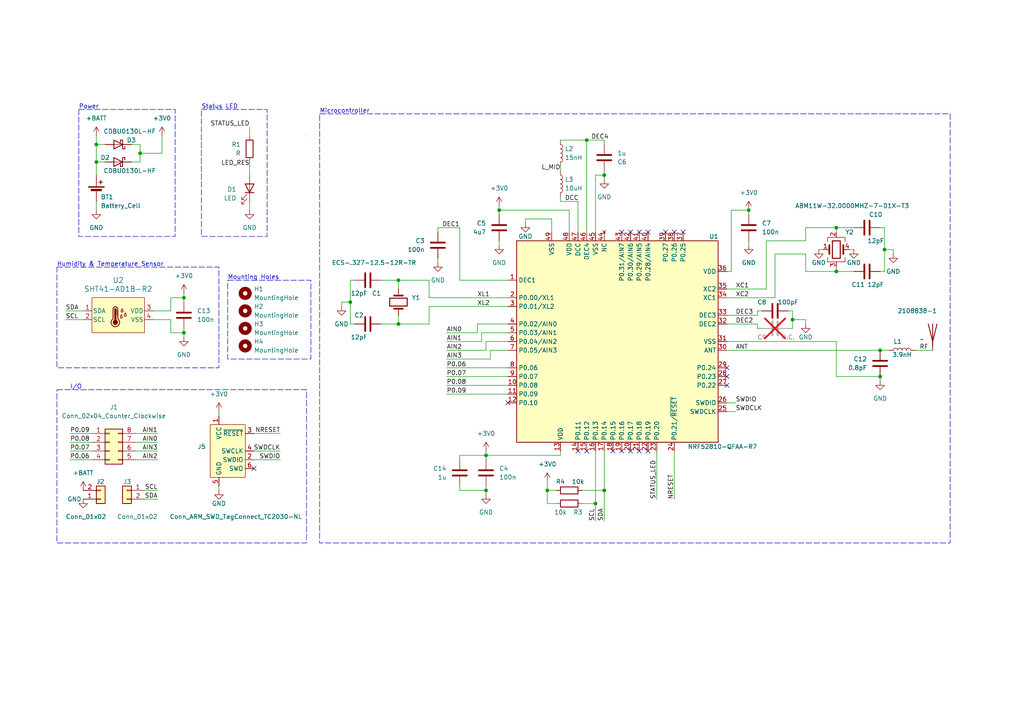
<source format=kicad_sch>
(kicad_sch (version 20230121) (generator eeschema)
  (paper "A4")
  (lib_symbols
    (symbol "Connector:Conn_ARM_SWD_TagConnect_TC2030-NL" (in_bom no)
      (property "Reference" "J" (at 2.54 11.43 0))
      (property "Value" "Conn_ARM_SWD_TagConnect_TC2030-NL" (at 2.54 8.89 0))
      (symbol "Conn_ARM_SWD_TagConnect_TC2030-NL_0_0"
        (pin power_in line (at -2.54 10.16 270) (length 2.54) (name "VCC") (number "1"))
        (pin bidirectional line (at 7.62 -2.54 180) (length 2.54) (name "SWDIO") (number "2"))
        (pin open_collector line (at 7.62 5.08 180) (length 2.54) (name "~{RESET}") (number "3"))
        (pin output line (at 7.62 0 180) (length 2.54) (name "SWCLK") (number "4"))
        (pin power_in line (at -2.54 -10.16 90) (length 2.54) (name "GND") (number "5"))
        (pin input line (at 7.62 -5.08 180) (length 2.54) (name "SWO") (number "6"))
      )
      (symbol "Conn_ARM_SWD_TagConnect_TC2030-NL_0_1"
        (rectangle (start -5.08 7.62) (end 5.08 -7.62) (fill (type background)))
      )
    )
    (symbol "Connector_Generic:Conn_01x02" (pin_names (offset 1.016) hide)
      (property "Reference" "J" (at 0 2.54 0))
      (property "Value" "Conn_01x02" (at 0 -5.08 0))
      (symbol "Conn_01x02_1_1"
        (rectangle (start -1.27 -2.413) (end 0 -2.667) (stroke (width 0.1524)))
        (rectangle (start -1.27 0.127) (end 0 -0.127) (stroke (width 0.1524)))
        (rectangle (start -1.27 1.27) (end 1.27 -3.81) (stroke (width 0.254)) (fill (type background)))
        (pin passive line (at -5.08 0 0) (length 3.81) (name "Pin_1") (number "1"))
        (pin passive line (at -5.08 -2.54 0) (length 3.81) (name "Pin_2") (number "2"))
      )
    )
    (symbol "Connector_Generic:Conn_02x04_Counter_Clockwise" (pin_names (offset 1.016) hide)
      (property "Reference" "J" (at 1.27 5.08 0))
      (property "Value" "Conn_02x04_Counter_Clockwise" (at 1.27 -7.62 0))
      (symbol "Conn_02x04_Counter_Clockwise_1_1"
        (rectangle (start -1.27 -4.953) (end 0 -5.207) (stroke (width 0.1524)))
        (rectangle (start -1.27 -2.413) (end 0 -2.667) (stroke (width 0.1524)))
        (rectangle (start -1.27 0.127) (end 0 -0.127) (stroke (width 0.1524)))
        (rectangle (start -1.27 2.667) (end 0 2.413) (stroke (width 0.1524)))
        (rectangle (start -1.27 3.81) (end 3.81 -6.35) (stroke (width 0.254)) (fill (type background)))
        (rectangle (start 3.81 -4.953) (end 2.54 -5.207) (stroke (width 0.1524)))
        (rectangle (start 3.81 -2.413) (end 2.54 -2.667) (stroke (width 0.1524)))
        (rectangle (start 3.81 0.127) (end 2.54 -0.127) (stroke (width 0.1524)))
        (rectangle (start 3.81 2.667) (end 2.54 2.413) (stroke (width 0.1524)))
        (pin passive line (at -5.08 2.54 0) (length 3.81) (name "Pin_1") (number "1"))
        (pin passive line (at -5.08 0 0) (length 3.81) (name "Pin_2") (number "2"))
        (pin passive line (at -5.08 -2.54 0) (length 3.81) (name "Pin_3") (number "3"))
        (pin passive line (at -5.08 -5.08 0) (length 3.81) (name "Pin_4") (number "4"))
        (pin passive line (at 7.62 -5.08 180) (length 3.81) (name "Pin_5") (number "5"))
        (pin passive line (at 7.62 -2.54 180) (length 3.81) (name "Pin_6") (number "6"))
        (pin passive line (at 7.62 0 180) (length 3.81) (name "Pin_7") (number "7"))
        (pin passive line (at 7.62 2.54 180) (length 3.81) (name "Pin_8") (number "8"))
      )
    )
    (symbol "Device:Antenna" (pin_numbers hide) (pin_names (offset 1.016) hide)
      (property "Reference" "AE" (at -1.905 1.905 0))
      (property "Value" "Antenna" (at -1.905 0 0))
      (symbol "Antenna_0_1"
        (polyline (pts (xy 0 2.54) (xy 0 -3.81)) (stroke (width 0.254)))
        (polyline (pts (xy 1.27 2.54) (xy 0 -2.54) (xy -1.27 2.54)) (stroke (width 0.254)))
      )
      (symbol "Antenna_1_1"
        (pin input line (at 0 -5.08 90) (length 2.54) (name "A") (number "1"))
      )
    )
    (symbol "Device:Battery_Cell" (pin_numbers hide) (pin_names (offset 0) hide)
      (property "Reference" "BT" (at 2.54 2.54 0))
      (property "Value" "Battery_Cell" (at 2.54 0 0))
      (symbol "Battery_Cell_0_1"
        (rectangle (start -2.286 1.778) (end 2.286 1.524) (fill (type outline)))
        (rectangle (start -1.524 1.016) (end 1.524 0.508) (fill (type outline)))
        (polyline (pts (xy 0 0.762) (xy 0 0)))
        (polyline (pts (xy 0 1.778) (xy 0 2.54)))
        (polyline (pts (xy 0.762 3.048) (xy 1.778 3.048)) (stroke (width 0.254)))
        (polyline (pts (xy 1.27 3.556) (xy 1.27 2.54)) (stroke (width 0.254)))
      )
      (symbol "Battery_Cell_1_1"
        (pin passive line (at 0 5.08 270) (length 2.54) (name "+") (number "1"))
        (pin passive line (at 0 -2.54 90) (length 2.54) (name "-") (number "2"))
      )
    )
    (symbol "Device:C" (pin_numbers hide) (pin_names (offset 0.254))
      (property "Reference" "C" (at 0.635 2.54 0))
      (property "Value" "C" (at 0.635 -2.54 0))
      (symbol "C_0_1"
        (polyline (pts (xy -2.032 -0.762) (xy 2.032 -0.762)) (stroke (width 0.508)))
        (polyline (pts (xy -2.032 0.762) (xy 2.032 0.762)) (stroke (width 0.508)))
      )
      (symbol "C_1_1"
        (pin passive line (at 0 3.81 270) (length 2.794) (name "~") (number "1"))
        (pin passive line (at 0 -3.81 90) (length 2.794) (name "~") (number "2"))
      )
    )
    (symbol "Device:Crystal" (pin_numbers hide) (pin_names (offset 1.016) hide)
      (property "Reference" "Y" (at 0 3.81 0))
      (property "Value" "Crystal" (at 0 -3.81 0))
      (symbol "Crystal_0_1"
        (rectangle (start -1.143 2.54) (end 1.143 -2.54) (stroke (width 0.3048)))
        (polyline (pts (xy -2.54 0) (xy -1.905 0)))
        (polyline (pts (xy -1.905 -1.27) (xy -1.905 1.27)) (stroke (width 0.508)))
        (polyline (pts (xy 1.905 -1.27) (xy 1.905 1.27)) (stroke (width 0.508)))
        (polyline (pts (xy 2.54 0) (xy 1.905 0)))
      )
      (symbol "Crystal_1_1"
        (pin passive line (at -3.81 0 0) (length 1.27) (name "1") (number "1"))
        (pin passive line (at 3.81 0 180) (length 1.27) (name "2") (number "2"))
      )
    )
    (symbol "Device:Crystal_GND23" (pin_names (offset 1.016) hide)
      (property "Reference" "Y" (at 3.175 5.08 0))
      (property "Value" "Crystal_GND23" (at 3.175 3.175 0))
      (symbol "Crystal_GND23_0_1"
        (rectangle (start -1.143 2.54) (end 1.143 -2.54) (stroke (width 0.3048)))
        (polyline (pts (xy -2.54 0) (xy -2.032 0)))
        (polyline (pts (xy -2.032 -1.27) (xy -2.032 1.27)) (stroke (width 0.508)))
        (polyline (pts (xy 0 -3.81) (xy 0 -3.556)))
        (polyline (pts (xy 0 3.556) (xy 0 3.81)))
        (polyline (pts (xy 2.032 -1.27) (xy 2.032 1.27)) (stroke (width 0.508)))
        (polyline (pts (xy 2.032 0) (xy 2.54 0)))
        (polyline (pts (xy -2.54 -2.286) (xy -2.54 -3.556) (xy 2.54 -3.556) (xy 2.54 -2.286)))
        (polyline (pts (xy -2.54 2.286) (xy -2.54 3.556) (xy 2.54 3.556) (xy 2.54 2.286)))
      )
      (symbol "Crystal_GND23_1_1"
        (pin passive line (at -3.81 0 0) (length 1.27) (name "1") (number "1"))
        (pin passive line (at 0 5.08 270) (length 1.27) (name "2") (number "2"))
        (pin passive line (at 0 -5.08 90) (length 1.27) (name "3") (number "3"))
        (pin passive line (at 3.81 0 180) (length 1.27) (name "4") (number "4"))
      )
    )
    (symbol "Device:D_Schottky" (pin_numbers hide) (pin_names (offset 1.016) hide)
      (property "Reference" "D" (at 0 2.54 0))
      (property "Value" "D_Schottky" (at 0 -2.54 0))
      (symbol "D_Schottky_0_1"
        (polyline (pts (xy 1.27 0) (xy -1.27 0)))
        (polyline (pts (xy 1.27 1.27) (xy 1.27 -1.27) (xy -1.27 0) (xy 1.27 1.27)) (stroke (width 0.254)))
        (polyline (pts (xy -1.905 0.635) (xy -1.905 1.27) (xy -1.27 1.27) (xy -1.27 -1.27) (xy -0.635 -1.27) (xy -0.635 -0.635)) (stroke (width 0.254)))
      )
      (symbol "D_Schottky_1_1"
        (pin passive line (at -3.81 0 0) (length 2.54) (name "K") (number "1"))
        (pin passive line (at 3.81 0 180) (length 2.54) (name "A") (number "2"))
      )
    )
    (symbol "Device:L" (pin_numbers hide) (pin_names (offset 1.016) hide)
      (property "Reference" "L" (at -1.27 0 90))
      (property "Value" "L" (at 1.905 0 90))
      (symbol "L_0_1"
        (arc (start 0 -2.54) (mid 0.6323 -1.905) (end 0 -1.27))
        (arc (start 0 -1.27) (mid 0.6323 -0.635) (end 0 0))
        (arc (start 0 0) (mid 0.6323 0.635) (end 0 1.27))
        (arc (start 0 1.27) (mid 0.6323 1.905) (end 0 2.54))
      )
      (symbol "L_1_1"
        (pin passive line (at 0 3.81 270) (length 1.27) (name "1") (number "1"))
        (pin passive line (at 0 -3.81 90) (length 1.27) (name "2") (number "2"))
      )
    )
    (symbol "Device:LED" (pin_numbers hide) (pin_names (offset 1.016) hide)
      (property "Reference" "D" (at 0 2.54 0))
      (property "Value" "LED" (at 0 -2.54 0))
      (symbol "LED_0_1"
        (polyline (pts (xy -1.27 -1.27) (xy -1.27 1.27)) (stroke (width 0.254)))
        (polyline (pts (xy -1.27 0) (xy 1.27 0)))
        (polyline (pts (xy 1.27 -1.27) (xy 1.27 1.27) (xy -1.27 0) (xy 1.27 -1.27)) (stroke (width 0.254)))
        (polyline (pts (xy -3.048 -0.762) (xy -4.572 -2.286) (xy -3.81 -2.286) (xy -4.572 -2.286) (xy -4.572 -1.524)))
        (polyline (pts (xy -1.778 -0.762) (xy -3.302 -2.286) (xy -2.54 -2.286) (xy -3.302 -2.286) (xy -3.302 -1.524)))
      )
      (symbol "LED_1_1"
        (pin passive line (at -3.81 0 0) (length 2.54) (name "K") (number "1"))
        (pin passive line (at 3.81 0 180) (length 2.54) (name "A") (number "2"))
      )
    )
    (symbol "Device:R" (pin_numbers hide) (pin_names (offset 0))
      (property "Reference" "R" (at 2.032 0 90))
      (property "Value" "R" (at 0 0 90))
      (symbol "R_0_1"
        (rectangle (start -1.016 -2.54) (end 1.016 2.54) (stroke (width 0.254)))
      )
      (symbol "R_1_1"
        (pin passive line (at 0 3.81 270) (length 1.27) (name "~") (number "1"))
        (pin passive line (at 0 -3.81 90) (length 1.27) (name "~") (number "2"))
      )
    )
    (symbol "Mechanical:MountingHole" (pin_names (offset 1.016))
      (property "Reference" "H" (at 0 5.08 0))
      (property "Value" "MountingHole" (at 0 3.175 0))
      (symbol "MountingHole_0_1"
        (circle (center 0 0) (radius 1.27) (stroke (width 1.27)))
      )
    )
    (symbol "encyclopedia_galactica:NRF52810-QFAA-R7"
      (property "Reference" "U" (at 0 54.61 0))
      (property "Value" "NRF52810-QFAA-R7" (at 0 52.07 0))
      (symbol "NRF52810-QFAA-R7_0_1"
        (rectangle (start -29.21 29.21) (end 29.21 -29.21) (stroke (width 0.254)) (fill (type background)))
      )
      (symbol "NRF52810-QFAA-R7_1_1"
        (pin passive line (at -31.75 17.78 0) (length 2.54) (name "DEC1") (number "1"))
        (pin bidirectional line (at -31.75 -12.7 0) (length 2.54) (name "P0.08") (number "10"))
        (pin bidirectional line (at -31.75 -15.24 0) (length 2.54) (name "P0.09") (number "11"))
        (pin bidirectional line (at -31.75 -17.78 0) (length 2.54) (name "P0.10") (number "12"))
        (pin power_in line (at -16.51 -31.75 90) (length 2.54) (name "VDD") (number "13"))
        (pin bidirectional line (at -11.43 -31.75 90) (length 2.54) (name "P0.11") (number "14"))
        (pin bidirectional line (at -8.89 -31.75 90) (length 2.54) (name "P0.12") (number "15"))
        (pin bidirectional line (at -6.35 -31.75 90) (length 2.54) (name "P0.13") (number "16"))
        (pin bidirectional line (at -3.81 -31.75 90) (length 2.54) (name "P0.14") (number "17"))
        (pin bidirectional line (at -1.27 -31.75 90) (length 2.54) (name "P0.15") (number "18"))
        (pin bidirectional line (at 1.27 -31.75 90) (length 2.54) (name "P0.16") (number "19"))
        (pin bidirectional line (at -31.75 12.7 0) (length 2.54) (name "P0.00/XL1") (number "2"))
        (pin bidirectional line (at 3.81 -31.75 90) (length 2.54) (name "P0.17") (number "20"))
        (pin bidirectional line (at 6.35 -31.75 90) (length 2.54) (name "P0.18") (number "21"))
        (pin bidirectional line (at 8.89 -31.75 90) (length 2.54) (name "P0.19") (number "22"))
        (pin bidirectional line (at 11.43 -31.75 90) (length 2.54) (name "P0.20") (number "23"))
        (pin bidirectional line (at 16.51 -31.75 90) (length 2.54) (name "P0.21/~{RESET}") (number "24"))
        (pin input line (at 31.75 -20.32 180) (length 2.54) (name "SWDCLK") (number "25"))
        (pin bidirectional line (at 31.75 -17.78 180) (length 2.54) (name "SWDIO") (number "26"))
        (pin bidirectional line (at 31.75 -12.7 180) (length 2.54) (name "P0.22") (number "27"))
        (pin bidirectional line (at 31.75 -10.16 180) (length 2.54) (name "P0.23") (number "28"))
        (pin bidirectional line (at 31.75 -7.62 180) (length 2.54) (name "P0.24") (number "29"))
        (pin bidirectional line (at -31.75 10.16 0) (length 2.54) (name "P0.01/XL2") (number "3"))
        (pin passive line (at 31.75 -2.54 180) (length 2.54) (name "ANT") (number "30"))
        (pin power_in line (at 31.75 0 180) (length 2.54) (name "VSS") (number "31"))
        (pin passive line (at 31.75 5.08 180) (length 2.54) (name "DEC2") (number "32"))
        (pin passive line (at 31.75 7.62 180) (length 2.54) (name "DEC3") (number "33"))
        (pin input line (at 31.75 12.7 180) (length 2.54) (name "XC1") (number "34"))
        (pin input line (at 31.75 15.24 180) (length 2.54) (name "XC2") (number "35"))
        (pin passive line (at 31.75 20.32 180) (length 2.54) (name "VDD") (number "36"))
        (pin bidirectional line (at 19.05 31.75 270) (length 2.54) (name "P0.25") (number "37"))
        (pin bidirectional line (at 16.51 31.75 270) (length 2.54) (name "P0.26") (number "38"))
        (pin bidirectional line (at 13.97 31.75 270) (length 2.54) (name "P0.27") (number "39"))
        (pin bidirectional line (at -31.75 5.08 0) (length 2.54) (name "P0.02/AIN0") (number "4"))
        (pin bidirectional line (at 8.89 31.75 270) (length 2.54) (name "P0.28/AIN4") (number "40"))
        (pin bidirectional line (at 6.35 31.75 270) (length 2.54) (name "P0.29/AIN5") (number "41"))
        (pin bidirectional line (at 3.81 31.75 270) (length 2.54) (name "P0.30/AIN6") (number "42"))
        (pin bidirectional line (at 1.27 31.75 270) (length 2.54) (name "P0.31/AIN7") (number "43"))
        (pin no_connect line (at -3.81 31.75 270) (length 2.54) (name "NC") (number "44"))
        (pin passive line (at -6.35 31.75 270) (length 2.54) (name "VSS") (number "45"))
        (pin passive line (at -8.89 31.75 270) (length 2.54) (name "DEC4") (number "46"))
        (pin power_out line (at -11.43 31.75 270) (length 2.54) (name "DCC") (number "47"))
        (pin passive line (at -13.97 31.75 270) (length 2.54) (name "VDD") (number "48"))
        (pin passive line (at -19.05 31.75 270) (length 2.54) (name "VSS") (number "49"))
        (pin bidirectional line (at -31.75 2.54 0) (length 2.54) (name "P0.03/AIN1") (number "5"))
        (pin bidirectional line (at -31.75 0 0) (length 2.54) (name "P0.04/AIN2") (number "6"))
        (pin bidirectional line (at -31.75 -2.54 0) (length 2.54) (name "P0.05/AIN3") (number "7"))
        (pin bidirectional line (at -31.75 -7.62 0) (length 2.54) (name "P0.06") (number "8"))
        (pin bidirectional line (at -31.75 -10.16 0) (length 2.54) (name "P0.07") (number "9"))
      )
    )
    (symbol "encyclopedia_galactica:SHT41-AD1B-R2" (pin_names (offset 0.254))
      (property "Reference" "U" (at 0 13.97 0))
      (property "Value" "SHT41-AD1B-R2" (at 0 11.43 0))
      (symbol "SHT41-AD1B-R2_0_0"
        (polyline (pts (xy -0.7782 -2.7679) (xy -0.7538 -2.7614) (xy -0.6273 -2.7452) (xy -0.5713 -2.733) (xy -0.4386 -2.65) (xy -0.3005 -2.5149) (xy -0.1862 -2.3589) (xy -0.1253 -2.2133) (xy -0.1122 -1.9777) (xy -0.1841 -1.7536) (xy -0.3553 -1.5359) (xy -0.5465 -1.3446) (xy -0.5465 0.2882) (xy -0.5465 1.9209) (xy -0.6855 2.012) (xy -0.7691 2.0613) (xy -0.8546 2.0708) (xy -0.9634 2.012) (xy -1.1023 1.9209) (xy -1.1023 0.2767) (xy -1.1023 -1.3675) (xy -1.2424 -1.4777) (xy -1.2888 -1.5171) (xy -1.4497 -1.7284) (xy -1.5229 -1.9679) (xy -1.5126 -2.2124) (xy -1.4228 -2.4384) (xy -1.2576 -2.6226) (xy -1.0211 -2.7416) (xy -0.8813 -2.7694) (xy -0.7782 -2.7679)) (stroke (width 0.01)) (fill (type outline)))
        (polyline (pts (xy 2.1727 -0.3391) (xy 2.3119 -0.2679) (xy 2.3683 -0.175) (xy 2.3992 -0.0278) (xy 2.3871 0.0546) (xy 2.337 0.2108) (xy 2.2619 0.3868) (xy 2.177 0.5511) (xy 2.0973 0.6727) (xy 2.0379 0.7202) (xy 1.9994 0.6955) (xy 1.9245 0.5928) (xy 1.8393 0.4391) (xy 1.7593 0.2658) (xy 1.6999 0.1045) (xy 1.6767 -0.0135) (xy 1.6805 -0.0349) (xy 1.7878 -0.0349) (xy 1.7977 0.0177) (xy 1.8421 0.1542) (xy 1.9103 0.3256) (xy 2.0328 0.6103) (xy 2.1597 0.3359) (xy 2.2226 0.1922) (xy 2.2764 0.0231) (xy 2.275 -0.0919) (xy 2.2213 -0.1774) (xy 2.1655 -0.214) (xy 2.0379 -0.2441) (xy 1.9584 -0.2324) (xy 1.8367 -0.1559) (xy 1.7878 -0.0349) (xy 1.6805 -0.0349) (xy 1.6952 -0.1171) (xy 1.7686 -0.2536) (xy 1.8305 -0.3015) (xy 1.9945 -0.3498) (xy 2.1727 -0.3391)) (stroke (width 0.01)) (fill (type outline)))
        (polyline (pts (xy 1.2779 0.8852) (xy 1.3876 0.9342) (xy 1.439 1.0346) (xy 1.4494 1.2197) (xy 1.4056 1.4476) (xy 1.3104 1.6903) (xy 1.2438 1.815) (xy 1.1682 1.9333) (xy 1.1209 1.9791) (xy 1.087 1.9506) (xy 1.016 1.8457) (xy 0.9313 1.6903) (xy 0.8493 1.4902) (xy 0.7962 1.2577) (xy 0.7964 1.2083) (xy 0.8985 1.2083) (xy 0.907 1.2863) (xy 0.947 1.4367) (xy 1.0063 1.5899) (xy 1.0699 1.7089) (xy 1.1227 1.7568) (xy 1.1687 1.7194) (xy 1.2295 1.6057) (xy 1.286 1.4514) (xy 1.3252 1.2933) (xy 1.3338 1.1679) (xy 1.3235 1.1054) (xy 1.2709 1.0212) (xy 1.1467 0.9899) (xy 1.1356 0.9889) (xy 0.987 0.994) (xy 0.9164 1.0597) (xy 0.8985 1.2083) (xy 0.7964 1.2083) (xy 0.7968 1.063) (xy 0.8541 0.9342) (xy 0.9555 0.8871) (xy 1.116 0.8695) (xy 1.2779 0.8852)) (stroke (width 0.01)) (fill (type outline)))
        (polyline (pts (xy 1.1245 -0.8535) (xy 1.1312 -0.8498) (xy 1.2085 -0.7577) (xy 1.2315 -0.5895) (xy 1.2238 -0.507) (xy 1.1823 -0.3342) (xy 1.116 -0.1464) (xy 1.038 0.0259) (xy 0.9612 0.1517) (xy 0.8985 0.2005) (xy 0.864 0.1827) (xy 0.7914 0.0847) (xy 0.7123 -0.0722) (xy 0.6397 -0.2572) (xy 0.5864 -0.4397) (xy 0.5682 -0.5702) (xy 0.6762 -0.5702) (xy 0.6847 -0.4923) (xy 0.7246 -0.3419) (xy 0.784 -0.1887) (xy 0.8476 -0.0697) (xy 0.9004 -0.0218) (xy 0.9464 -0.0591) (xy 1.0072 -0.1728) (xy 1.0637 -0.3271) (xy 1.1029 -0.4853) (xy 1.1115 -0.6106) (xy 1.1012 -0.6731) (xy 1.0485 -0.7574) (xy 0.9243 -0.7887) (xy 0.9133 -0.7897) (xy 0.7647 -0.7846) (xy 0.6941 -0.7188) (xy 0.6762 -0.5702) (xy 0.5682 -0.5702) (xy 0.5656 -0.5887) (xy 0.5845 -0.7427) (xy 0.6623 -0.851) (xy 0.7257 -0.88) (xy 0.9286 -0.906) (xy 1.1245 -0.8535)) (stroke (width 0.01)) (fill (type outline)))
        (polyline (pts (xy -0.5545 -3.3797) (xy -0.2175 -3.2426) (xy 0.0945 -2.9972) (xy 0.1243 -2.9669) (xy 0.3463 -2.6832) (xy 0.4707 -2.3844) (xy 0.5089 -2.044) (xy 0.476 -1.8294) (xy 0.3828 -1.5698) (xy 0.2505 -1.3237) (xy 0.1 -1.1376) (xy -0.0463 -1.0029) (xy -0.0464 0.4742) (xy -0.0467 0.7893) (xy -0.0488 1.1761) (xy -0.0534 1.4752) (xy -0.0614 1.7005) (xy -0.0736 1.8661) (xy -0.0909 1.986) (xy -0.1139 2.0742) (xy -0.1437 2.1447) (xy -0.2598 2.3183) (xy -0.4689 2.4887) (xy -0.7142 2.5745) (xy -0.9722 2.5687) (xy -1.2192 2.4643) (xy -1.2384 2.4513) (xy -1.3421 2.3751) (xy -1.424 2.294) (xy -1.4867 2.1948) (xy -1.5327 2.0641) (xy -1.5646 1.8887) (xy -1.585 1.6553) (xy -1.5964 1.3506) (xy -1.6014 0.9613) (xy -1.6025 0.4742) (xy -1.6026 -1.0029) (xy -1.7489 -1.1376) (xy -1.8907 -1.3105) (xy -2.0247 -1.5544) (xy -2.1208 -1.8145) (xy -2.1578 -2.044) (xy -2.1575 -2.0827) (xy -2.138 -2.2218) (xy -1.9808 -2.2218) (xy -1.9707 -1.897) (xy -1.8626 -1.5804) (xy -1.6554 -1.2905) (xy -1.4358 -1.0597) (xy -1.4358 0.4346) (xy -1.4358 0.4797) (xy -1.4346 0.9365) (xy -1.4309 1.2963) (xy -1.424 1.572) (xy -1.4133 1.7764) (xy -1.398 1.9226) (xy -1.3777 2.0235) (xy -1.3515 2.0921) (xy -1.3513 2.0925) (xy -1.216 2.2564) (xy -1.0244 2.3768) (xy -0.8244 2.4237) (xy -0.7891 2.4224) (xy -0.5709 2.3561) (xy -0.3871 2.2073) (xy -0.2603 2.0002) (xy -0.2131 1.7595) (xy -0.2144 1.7118) (xy -0.2434 1.6157) (xy -0.3242 1.59) (xy -0.389 1.5745) (xy -0.4354 1.5066) (xy -0.4147 1.458) (xy -0.3242 1.4233) (xy -0.2391 1.3933) (xy -0.2131 1.2843) (xy -0.237 1.1779) (xy -0.3242 1.1454) (xy -0.389 1.1299) (xy -0.4354 1.062) (xy -0.4147 1.0134) (xy -0.3242 0.9786) (xy -0.2391 0.9486) (xy -0.2131 0.8397) (xy -0.237 0.7333) (xy -0.3242 0.7007) (xy -0.389 0.6853) (xy -0.4354 0.6174) (xy -0.4147 0.5687) (xy -0.3242 0.534) (xy -0.2391 0.504) (xy -0.2131 0.395) (xy -0.237 0.2887) (xy -0.3242 0.2561) (xy -0.389 0.2406) (xy -0.4354 0.1727) (xy -0.4147 0.1241) (xy -0.3242 0.0894) (xy -0.3128 0.0892) (xy -0.2667 0.0778) (xy -0.2375 0.0345) (xy -0.2213 -0.0606) (xy -0.2145 -0.2272) (xy -0.2131 -0.4852) (xy -0.2131 -1.0597) (xy 0.0065 -1.2905) (xy 0.1132 -1.418) (xy 0.2758 -1.7239) (xy 0.3386 -2.0486) (xy 0.3025 -2.3736) (xy 0.168 -2.6806) (xy -0.0639 -2.9511) (xy -0.1168 -2.9941) (xy -0.3007 -3.1115) (xy -0.4755 -3.1865) (xy -0.586 -3.2131) (xy -0.9384 -3.2355) (xy -1.2628 -3.1514) (xy -1.568 -2.9592) (xy -1.7106 -2.8208) (xy -1.8938 -2.5359) (xy -1.9808 -2.2218) (xy -2.138 -2.2218) (xy -2.1106 -2.4174) (xy -1.9764 -2.7137) (xy -1.7434 -2.9978) (xy -1.5826 -3.142) (xy -1.4085 -3.2682) (xy -1.2691 -3.3395) (xy -0.9161 -3.4084) (xy -0.5545 -3.3797)) (stroke (width 0.01)) (fill (type outline)))
      )
      (symbol "SHT41-AD1B-R2_1_1"
        (rectangle (start -7.62 5.08) (end 7.62 -5.08) (fill (type background)))
        (pin bidirectional line (at -10.16 1.27 0) (length 2.54) (name "SDA") (number "1"))
        (pin input line (at -10.16 -1.27 0) (length 2.54) (name "SCL") (number "2"))
        (pin power_in line (at 10.16 1.27 180) (length 2.54) (name "VDD") (number "3"))
        (pin power_out line (at 10.16 -1.27 180) (length 2.54) (name "VSS") (number "4"))
      )
    )
    (symbol "power:+3V0" (power) (pin_names (offset 0))
      (property "Value" "+3V0" (at 0 3.556 0))
      (symbol "+3V0_0_1"
        (polyline (pts (xy -0.762 1.27) (xy 0 2.54)))
        (polyline (pts (xy 0 0) (xy 0 2.54)))
        (polyline (pts (xy 0 2.54) (xy 0.762 1.27)))
      )
      (symbol "+3V0_1_1"
        (pin power_in line (at 0 0 90) (length 0) hide (name "+3V0") (number "1"))
      )
    )
    (symbol "power:+BATT" (power) (pin_names (offset 0))
      (property "Value" "+BATT" (at 0 3.556 0))
      (symbol "+BATT_0_1"
        (polyline (pts (xy -0.762 1.27) (xy 0 2.54)))
        (polyline (pts (xy 0 0) (xy 0 2.54)))
        (polyline (pts (xy 0 2.54) (xy 0.762 1.27)))
      )
      (symbol "+BATT_1_1"
        (pin power_in line (at 0 0 90) (length 0) hide (name "+BATT") (number "1"))
      )
    )
    (symbol "power:GND" (power) (pin_names (offset 0))
      (property "Value" "GND" (at 0 -3.81 0))
      (symbol "GND_0_1"
        (polyline (pts (xy 0 0) (xy 0 -1.27) (xy 1.27 -1.27) (xy 0 -2.54) (xy -1.27 -1.27) (xy 0 -1.27)))
      )
      (symbol "GND_1_1"
        (pin power_in line (at 0 0 270) (length 0) hide (name "GND") (number "1"))
      )
    )
  )
  (junction (at 140.97 142.24))
  (junction (at 242.57 66.04))
  (junction (at 27.94 46.99))
  (junction (at 217.17 60.96))
  (junction (at 255.27 109.22))
  (junction (at 140.97 132.08))
  (junction (at 175.26 50.8))
  (junction (at 158.75 142.24))
  (junction (at 255.27 101.6))
  (junction (at 144.78 60.96))
  (junction (at 115.57 93.98))
  (junction (at 53.34 96.52))
  (junction (at 27.94 41.91))
  (junction (at 170.18 40.64))
  (junction (at 175.26 142.24))
  (junction (at 172.72 146.05))
  (junction (at 40.64 44.45))
  (junction (at 242.57 78.74))
  (junction (at 101.6 87.63))
  (junction (at 229.87 92.71))
  (junction (at 115.57 81.28))
  (junction (at 53.34 86.36))
  (junction (at 256.54 72.39))
  (no_connect (at 182.88 130.81))
  (no_connect (at 73.66 135.89))
  (no_connect (at 210.82 111.76))
  (no_connect (at 210.82 109.22))
  (no_connect (at 167.64 130.81))
  (no_connect (at 180.34 130.81))
  (no_connect (at 170.18 130.81))
  (no_connect (at 177.8 130.81))
  (no_connect (at 187.96 67.31))
  (no_connect (at 147.32 116.84))
  (no_connect (at 185.42 130.81))
  (no_connect (at 185.42 67.31))
  (no_connect (at 180.34 67.31))
  (no_connect (at 187.96 130.81))
  (no_connect (at 195.58 67.31))
  (no_connect (at 193.04 67.31))
  (no_connect (at 182.88 67.31))
  (no_connect (at 210.82 106.68))
  (no_connect (at 198.12 67.31))
  (wire (pts (xy 129.54 99.06) (xy 139.7 99.06)))
  (wire (pts (xy 127 74.93) (xy 127 76.2)))
  (wire (pts (xy 101.6 93.98) (xy 101.6 87.63)))
  (wire (pts (xy 175.26 49.53) (xy 175.26 50.8)))
  (wire (pts (xy 242.57 78.74) (xy 242.57 77.47)))
  (wire (pts (xy 212.09 78.74) (xy 210.82 78.74)))
  (wire (pts (xy 19.05 92.71) (xy 24.13 92.71)))
  (wire (pts (xy 147.32 96.52) (xy 139.7 96.52)))
  (wire (pts (xy 222.25 69.85) (xy 222.25 83.82)))
  (wire (pts (xy 129.54 114.3) (xy 147.32 114.3)))
  (wire (pts (xy 233.68 92.71) (xy 229.87 92.71)))
  (wire (pts (xy 161.29 142.24) (xy 158.75 142.24)))
  (wire (pts (xy 224.79 73.66) (xy 233.68 73.66)))
  (wire (pts (xy 38.1 41.91) (xy 40.64 41.91)))
  (wire (pts (xy 172.72 146.05) (xy 172.72 151.13)))
  (wire (pts (xy 160.02 63.5) (xy 152.4 63.5)))
  (wire (pts (xy 53.34 85.09) (xy 53.34 86.36)))
  (wire (pts (xy 115.57 81.28) (xy 115.57 83.82)))
  (wire (pts (xy 190.5 130.81) (xy 190.5 144.78)))
  (wire (pts (xy 124.46 81.28) (xy 124.46 86.36)))
  (wire (pts (xy 265.43 101.6) (xy 270.51 101.6)))
  (wire (pts (xy 27.94 46.99) (xy 30.48 46.99)))
  (wire (pts (xy 27.94 58.42) (xy 27.94 60.96)))
  (wire (pts (xy 144.78 71.12) (xy 144.78 69.85)))
  (wire (pts (xy 140.97 99.06) (xy 140.97 101.6)))
  (wire (pts (xy 39.37 130.81) (xy 45.72 130.81)))
  (wire (pts (xy 49.53 86.36) (xy 53.34 86.36)))
  (wire (pts (xy 256.54 78.74) (xy 256.54 72.39)))
  (wire (pts (xy 162.56 58.42) (xy 167.64 58.42)))
  (wire (pts (xy 220.98 95.25) (xy 219.71 95.25)))
  (wire (pts (xy 72.39 36.83) (xy 72.39 39.37)))
  (wire (pts (xy 102.87 93.98) (xy 101.6 93.98)))
  (wire (pts (xy 140.97 140.97) (xy 140.97 142.24)))
  (wire (pts (xy 129.54 101.6) (xy 140.97 101.6)))
  (wire (pts (xy 129.54 106.68) (xy 147.32 106.68)))
  (wire (pts (xy 140.97 132.08) (xy 140.97 133.35)))
  (wire (pts (xy 129.54 109.22) (xy 147.32 109.22)))
  (wire (pts (xy 127 67.31) (xy 127 66.04)))
  (wire (pts (xy 27.94 39.37) (xy 27.94 41.91)))
  (wire (pts (xy 133.35 81.28) (xy 133.35 66.04)))
  (wire (pts (xy 133.35 66.04) (xy 127 66.04)))
  (wire (pts (xy 147.32 93.98) (xy 138.43 93.98)))
  (wire (pts (xy 233.68 93.98) (xy 233.68 92.71)))
  (wire (pts (xy 255.27 101.6) (xy 257.81 101.6)))
  (wire (pts (xy 229.87 92.71) (xy 229.87 95.25)))
  (wire (pts (xy 49.53 90.17) (xy 49.53 86.36)))
  (wire (pts (xy 39.37 133.35) (xy 45.72 133.35)))
  (wire (pts (xy 40.64 41.91) (xy 40.64 44.45)))
  (wire (pts (xy 133.35 132.08) (xy 140.97 132.08)))
  (wire (pts (xy 53.34 86.36) (xy 53.34 87.63)))
  (wire (pts (xy 242.57 66.04) (xy 233.68 66.04)))
  (wire (pts (xy 238.76 72.39) (xy 237.49 72.39)))
  (wire (pts (xy 170.18 40.64) (xy 170.18 67.31)))
  (wire (pts (xy 129.54 111.76) (xy 147.32 111.76)))
  (wire (pts (xy 220.98 90.17) (xy 219.71 90.17)))
  (wire (pts (xy 172.72 130.81) (xy 172.72 146.05)))
  (wire (pts (xy 140.97 130.81) (xy 140.97 132.08)))
  (wire (pts (xy 165.1 60.96) (xy 144.78 60.96)))
  (wire (pts (xy 228.6 90.17) (xy 229.87 90.17)))
  (wire (pts (xy 20.32 128.27) (xy 26.67 128.27)))
  (wire (pts (xy 210.82 99.06) (xy 242.57 99.06)))
  (wire (pts (xy 99.06 88.9) (xy 99.06 87.63)))
  (wire (pts (xy 133.35 140.97) (xy 133.35 142.24)))
  (wire (pts (xy 210.82 101.6) (xy 255.27 101.6)))
  (wire (pts (xy 110.49 81.28) (xy 115.57 81.28)))
  (wire (pts (xy 142.24 101.6) (xy 142.24 104.14)))
  (wire (pts (xy 139.7 96.52) (xy 139.7 99.06)))
  (wire (pts (xy 20.32 130.81) (xy 26.67 130.81)))
  (wire (pts (xy 165.1 67.31) (xy 165.1 60.96)))
  (wire (pts (xy 224.79 73.66) (xy 224.79 86.36)))
  (wire (pts (xy 161.29 146.05) (xy 158.75 146.05)))
  (wire (pts (xy 158.75 142.24) (xy 158.75 139.7)))
  (wire (pts (xy 140.97 132.08) (xy 162.56 132.08)))
  (wire (pts (xy 242.57 66.04) (xy 242.57 67.31)))
  (wire (pts (xy 256.54 66.04) (xy 255.27 66.04)))
  (wire (pts (xy 233.68 78.74) (xy 242.57 78.74)))
  (wire (pts (xy 195.58 130.81) (xy 195.58 144.78)))
  (wire (pts (xy 242.57 99.06) (xy 242.57 109.22)))
  (wire (pts (xy 40.64 46.99) (xy 38.1 46.99)))
  (wire (pts (xy 247.65 72.39) (xy 246.38 72.39)))
  (wire (pts (xy 217.17 60.96) (xy 217.17 62.23)))
  (wire (pts (xy 45.72 142.24) (xy 41.91 142.24)))
  (wire (pts (xy 162.56 48.26) (xy 162.56 49.53)))
  (wire (pts (xy 138.43 93.98) (xy 138.43 96.52)))
  (wire (pts (xy 242.57 109.22) (xy 255.27 109.22)))
  (wire (pts (xy 46.99 39.37) (xy 46.99 44.45)))
  (wire (pts (xy 115.57 93.98) (xy 124.46 93.98)))
  (wire (pts (xy 63.5 140.97) (xy 63.5 142.24)))
  (wire (pts (xy 40.64 44.45) (xy 40.64 46.99)))
  (wire (pts (xy 20.32 125.73) (xy 26.67 125.73)))
  (wire (pts (xy 210.82 93.98) (xy 219.71 93.98)))
  (wire (pts (xy 45.72 144.78) (xy 41.91 144.78)))
  (wire (pts (xy 217.17 69.85) (xy 217.17 71.12)))
  (wire (pts (xy 20.32 133.35) (xy 26.67 133.35)))
  (wire (pts (xy 53.34 96.52) (xy 53.34 97.79)))
  (wire (pts (xy 259.08 73.66) (xy 259.08 72.39)))
  (wire (pts (xy 124.46 86.36) (xy 147.32 86.36)))
  (wire (pts (xy 124.46 88.9) (xy 147.32 88.9)))
  (wire (pts (xy 72.39 58.42) (xy 72.39 60.96)))
  (wire (pts (xy 175.26 142.24) (xy 175.26 151.13)))
  (wire (pts (xy 72.39 46.99) (xy 72.39 50.8)))
  (wire (pts (xy 160.02 67.31) (xy 160.02 63.5)))
  (wire (pts (xy 73.66 130.81) (xy 81.28 130.81)))
  (wire (pts (xy 39.37 125.73) (xy 45.72 125.73)))
  (wire (pts (xy 115.57 81.28) (xy 124.46 81.28)))
  (wire (pts (xy 210.82 91.44) (xy 219.71 91.44)))
  (wire (pts (xy 212.09 60.96) (xy 217.17 60.96)))
  (wire (pts (xy 46.99 44.45) (xy 40.64 44.45)))
  (wire (pts (xy 175.26 40.64) (xy 175.26 41.91)))
  (wire (pts (xy 144.78 59.69) (xy 144.78 60.96)))
  (wire (pts (xy 228.6 95.25) (xy 229.87 95.25)))
  (wire (pts (xy 255.27 78.74) (xy 256.54 78.74)))
  (wire (pts (xy 138.43 96.52) (xy 129.54 96.52)))
  (wire (pts (xy 133.35 133.35) (xy 133.35 132.08)))
  (wire (pts (xy 124.46 93.98) (xy 124.46 88.9)))
  (wire (pts (xy 175.26 50.8) (xy 175.26 52.07)))
  (wire (pts (xy 210.82 119.38) (xy 213.36 119.38)))
  (wire (pts (xy 101.6 87.63) (xy 101.6 81.28)))
  (wire (pts (xy 170.18 40.64) (xy 175.26 40.64)))
  (wire (pts (xy 147.32 101.6) (xy 142.24 101.6)))
  (wire (pts (xy 162.56 40.64) (xy 170.18 40.64)))
  (wire (pts (xy 63.5 119.38) (xy 63.5 120.65)))
  (wire (pts (xy 158.75 146.05) (xy 158.75 142.24)))
  (wire (pts (xy 53.34 95.25) (xy 53.34 96.52)))
  (wire (pts (xy 224.79 86.36) (xy 210.82 86.36)))
  (wire (pts (xy 219.71 93.98) (xy 219.71 95.25)))
  (wire (pts (xy 144.78 60.96) (xy 144.78 62.23)))
  (wire (pts (xy 233.68 66.04) (xy 233.68 69.85)))
  (wire (pts (xy 142.24 104.14) (xy 129.54 104.14)))
  (wire (pts (xy 175.26 130.81) (xy 175.26 142.24)))
  (wire (pts (xy 39.37 128.27) (xy 45.72 128.27)))
  (wire (pts (xy 255.27 109.22) (xy 255.27 110.49)))
  (wire (pts (xy 44.45 90.17) (xy 49.53 90.17)))
  (wire (pts (xy 256.54 72.39) (xy 256.54 66.04)))
  (wire (pts (xy 172.72 50.8) (xy 175.26 50.8)))
  (wire (pts (xy 73.66 133.35) (xy 81.28 133.35)))
  (wire (pts (xy 259.08 72.39) (xy 256.54 72.39)))
  (wire (pts (xy 49.53 92.71) (xy 49.53 96.52)))
  (wire (pts (xy 147.32 81.28) (xy 133.35 81.28)))
  (wire (pts (xy 233.68 78.74) (xy 233.68 73.66)))
  (wire (pts (xy 247.65 66.04) (xy 242.57 66.04)))
  (wire (pts (xy 44.45 92.71) (xy 49.53 92.71)))
  (wire (pts (xy 229.87 90.17) (xy 229.87 92.71)))
  (wire (pts (xy 140.97 142.24) (xy 140.97 143.51)))
  (wire (pts (xy 115.57 91.44) (xy 115.57 93.98)))
  (wire (pts (xy 19.05 90.17) (xy 24.13 90.17)))
  (wire (pts (xy 167.64 58.42) (xy 167.64 67.31)))
  (wire (pts (xy 110.49 93.98) (xy 115.57 93.98)))
  (wire (pts (xy 147.32 99.06) (xy 140.97 99.06)))
  (wire (pts (xy 49.53 96.52) (xy 53.34 96.52)))
  (wire (pts (xy 162.56 130.81) (xy 162.56 132.08)))
  (wire (pts (xy 212.09 60.96) (xy 212.09 78.74)))
  (wire (pts (xy 172.72 50.8) (xy 172.72 67.31)))
  (wire (pts (xy 210.82 116.84) (xy 213.36 116.84)))
  (wire (pts (xy 168.91 142.24) (xy 175.26 142.24)))
  (wire (pts (xy 152.4 63.5) (xy 152.4 64.77)))
  (wire (pts (xy 222.25 69.85) (xy 233.68 69.85)))
  (wire (pts (xy 27.94 46.99) (xy 27.94 50.8)))
  (wire (pts (xy 99.06 87.63) (xy 101.6 87.63)))
  (wire (pts (xy 133.35 142.24) (xy 140.97 142.24)))
  (wire (pts (xy 247.65 78.74) (xy 242.57 78.74)))
  (wire (pts (xy 73.66 125.73) (xy 81.28 125.73)))
  (wire (pts (xy 27.94 41.91) (xy 27.94 46.99)))
  (wire (pts (xy 210.82 83.82) (xy 222.25 83.82)))
  (wire (pts (xy 27.94 41.91) (xy 30.48 41.91)))
  (wire (pts (xy 168.91 146.05) (xy 172.72 146.05)))
  (wire (pts (xy 162.56 58.42) (xy 162.56 57.15)))
  (wire (pts (xy 101.6 81.28) (xy 102.87 81.28)))
  (wire (pts (xy 219.71 90.17) (xy 219.71 91.44)))
  (rectangle (start 58.42 31.75) (end 77.47 68.58) (stroke (width 0) (type dash)))
  (rectangle (start 16.51 113.03) (end 88.9 157.48) (stroke (width 0) (type dash)))
  (rectangle (start 22.86 31.75) (end 50.8 68.58) (stroke (width 0) (type dash)))
  (rectangle (start 92.71 33.02) (end 275.59 157.48) (stroke (width 0) (type dash)))
  (rectangle (start 16.51 77.47) (end 63.5 106.68) (stroke (width 0) (type dash)))
  (rectangle (start 66.04 81.28) (end 90.17 104.14) (stroke (width 0) (type dash)))
  (rectangle (start 88.9 39.37) (end 88.9 39.37))
  (text "Humidity & Temperature Sensor" (at 16.51 77.47 0) (effects (font (size 1.27 1.27)) (justify left bottom)))
  (text "Microcontroller" (at 92.71 33.02 0) (effects (font (size 1.27 1.27)) (justify left bottom)))
  (text "Mounting Holes" (at 66.04 81.28 0) (effects (font (size 1.27 1.27)) (justify left bottom)))
  (text "I/O" (at 20.32 113.03 0) (effects (font (size 1.27 1.27)) (justify left bottom)))
  (text "Status LED" (at 58.42 31.75 0) (effects (font (size 1.27 1.27)) (justify left bottom)))
  (text "Power" (at 22.86 31.75 0) (effects (font (size 1.27 1.27)) (justify left bottom)))
  (label "P0.06" (at 20.32 133.35 0))
  (label "ANT" (at 213.36 101.6 0))
  (label "AIN0" (at 129.54 96.52 0))
  (label "P0.06" (at 129.54 106.68 0))
  (label "SDA" (at 19.05 90.17 0))
  (label "AIN2" (at 45.72 133.35 180))
  (label "SCL" (at 45.72 142.24 180))
  (label "SWDIO" (at 81.28 133.35 180))
  (label "SWDIO" (at 213.36 116.84 0))
  (label "XC1" (at 213.36 83.82 0))
  (label "STATUS_LED" (at 72.39 36.83 180))
  (label "SCL" (at 172.72 151.13 90))
  (label "DEC3" (at 213.36 91.44 0))
  (label "P0.08" (at 129.54 111.76 0))
  (label "P0.09" (at 20.32 125.73 0))
  (label "RF" (at 266.7 101.6 0))
  (label "DCC" (at 163.83 58.42 0))
  (label "XL2" (at 138.43 88.9 0))
  (label "AIN3" (at 129.54 104.14 0))
  (label "DEC2" (at 213.36 93.98 0))
  (label "P0.08" (at 20.32 128.27 0))
  (label "NRESET" (at 81.28 125.73 180))
  (label "AIN3" (at 45.72 130.81 180))
  (label "LED_RES" (at 72.39 48.26 180))
  (label "DEC1" (at 133.35 66.04 180))
  (label "SDA" (at 175.26 151.13 90))
  (label "P0.07" (at 129.54 109.22 0))
  (label "SCL" (at 19.05 92.71 0))
  (label "P0.07" (at 20.32 130.81 0))
  (label "P0.09" (at 129.54 114.3 0))
  (label "AIN1" (at 45.72 125.73 180))
  (label "L_MID" (at 162.56 49.53 180))
  (label "SWDCLK" (at 213.36 119.38 0))
  (label "DEC4" (at 171.45 40.64 0))
  (label "XL1" (at 138.43 86.36 0))
  (label "AIN2" (at 129.54 101.6 0))
  (label "STATUS_LED" (at 190.5 144.78 90))
  (label "XC2" (at 213.36 86.36 0))
  (label "AIN1" (at 129.54 99.06 0))
  (label "NRESET" (at 195.58 144.78 90))
  (label "SWDCLK" (at 81.28 130.81 180))
  (label "AIN0" (at 45.72 128.27 180))
  (label "SDA" (at 45.72 144.78 180))
  (symbol (lib_id "power:GND") (at 237.49 72.39 0) (mirror y) (unit 1)
    (property "Reference" "#PWR016" (effects hide))
    (property "Value" "GND" (at 237.49 76.2 0))
  )
  (symbol (lib_id "Device:LED") (at 72.39 54.61 270) (mirror x) (unit 1)
    (property "Reference" "D1" (at 68.58 54.9275 90) (effects (justify right)))
    (property "Value" "LED" (at 68.58 57.4675 90) (effects (justify right)))
    (property "Footprint" "Resistor_SMD:R_0603_1608Metric" (effects hide))
  )
  (symbol (lib_id "Device:C") (at 106.68 93.98 270) (unit 1)
    (property "Reference" "C2" (at 104.14 91.44 90))
    (property "Value" "12pF" (at 104.14 97.79 90))
    (property "Footprint" "Capacitor_SMD:C_0603_1608Metric" (effects hide))
  )
  (symbol (lib_id "power:GND") (at 247.65 72.39 0) (mirror y) (unit 1)
    (property "Reference" "#PWR017" (effects hide))
    (property "Value" "GND" (at 247.65 76.2 0))
  )
  (symbol (lib_id "Device:C") (at 217.17 66.04 180) (unit 1)
    (property "Reference" "C7" (at 220.98 64.77 0) (effects (justify right)))
    (property "Value" "100n" (at 220.98 67.31 0) (effects (justify right)))
    (property "Footprint" "Capacitor_SMD:C_0603_1608Metric" (effects hide))
  )
  (symbol (lib_id "power:+3V0") (at 63.5 119.38 0) (unit 1)
    (property "Reference" "#PWR010" (effects hide))
    (property "Value" "+3V0" (at 63.5 114.3 0))
  )
  (symbol (lib_id "Device:C") (at 224.79 90.17 90) (unit 1)
    (property "Reference" "C8" (at 220.98 87.63 90))
    (property "Value" "100pF" (at 228.6 87.63 90))
    (property "Footprint" "Capacitor_SMD:C_0603_1608Metric" (effects hide))
  )
  (symbol (lib_id "Device:C") (at 133.35 137.16 0) (mirror x) (unit 1)
    (property "Reference" "C14" (at 129.54 135.89 0) (effects (justify right)))
    (property "Value" "1u" (at 129.54 138.43 0) (effects (justify right)))
    (property "Footprint" "Capacitor_SMD:C_0603_1608Metric" (effects hide))
  )
  (symbol (lib_id "power:GND") (at 255.27 110.49 0) (mirror y) (unit 1)
    (property "Reference" "#PWR018" (effects hide))
    (property "Value" "GND" (at 255.27 115.57 0))
  )
  (symbol (lib_id "Device:L") (at 162.56 44.45 0) (unit 1)
    (property "Reference" "L2" (at 163.83 43.18 0) (effects (justify left)))
    (property "Value" "15nH" (at 163.83 45.72 0) (effects (justify left)))
    (property "Footprint" "Inductor_SMD:L_0603_1608Metric" (effects hide))
  )
  (symbol (lib_id "power:GND") (at 53.34 97.79 0) (unit 1)
    (property "Reference" "#PWR021" (effects hide))
    (property "Value" "GND" (at 53.34 102.87 0))
  )
  (symbol (lib_id "power:GND") (at 127 76.2 0) (unit 1)
    (property "Reference" "#PWR06" (effects hide))
    (property "Value" "GND" (at 127 81.28 0))
  )
  (symbol (lib_id "Mechanical:MountingHole") (at 71.12 100.33 0) (unit 1)
    (property "Reference" "H4" (at 73.66 99.06 0) (effects (justify left)))
    (property "Value" "MountingHole" (at 73.66 101.6 0) (effects (justify left)))
    (property "Footprint" "MountingHole:MountingHole_2.2mm_M2" (effects hide))
  )
  (symbol (lib_id "power:GND") (at 144.78 71.12 0) (unit 1)
    (property "Reference" "#PWR011" (effects hide))
    (property "Value" "GND" (at 144.78 76.2 0))
  )
  (symbol (lib_id "power:+3V0") (at 144.78 59.69 0) (unit 1)
    (property "Reference" "#PWR013" (effects hide))
    (property "Value" "+3V0" (at 144.78 54.61 0))
  )
  (symbol (lib_id "Device:Crystal") (at 115.57 87.63 90) (unit 1)
    (property "Reference" "Y1" (at 119.38 86.36 90) (effects (justify right)))
    (property "Value" " ECS-.327-12.5-12R-TR " (at 95.25 76.2 90) (effects (justify right)))
    (property "Footprint" "encyclopedia_galactica:ECS-.327-12.5-12R-TR" (effects hide))
  )
  (symbol (lib_id "power:GND") (at 27.94 60.96 0) (unit 1)
    (property "Reference" "#PWR03" (effects hide))
    (property "Value" "GND" (at 27.94 66.04 0))
  )
  (symbol (lib_id "Device:D_Schottky") (at 34.29 46.99 0) (mirror y) (unit 1)
    (property "Reference" "D2" (at 30.48 45.72 0))
    (property "Value" "CDBU0130L-HF " (at 38.1 49.53 0))
    (property "Footprint" "Diode_SMD:D_0603_1608Metric" (effects hide))
  )
  (symbol (lib_id "Device:C") (at 144.78 66.04 0) (mirror x) (unit 1)
    (property "Reference" "C5" (at 140.97 64.77 0) (effects (justify right)))
    (property "Value" "4u7" (at 140.97 67.31 0) (effects (justify right)))
    (property "Footprint" "Capacitor_SMD:C_0603_1608Metric" (effects hide))
  )
  (symbol (lib_id "Device:C") (at 106.68 81.28 270) (mirror x) (unit 1)
    (property "Reference" "C1" (at 109.22 85.09 90))
    (property "Value" "12pF" (at 104.14 85.09 90))
    (property "Footprint" "Capacitor_SMD:C_0603_1608Metric" (effects hide))
  )
  (symbol (lib_id "Device:C") (at 251.46 66.04 90) (unit 1)
    (property "Reference" "C10" (at 254 62.23 90))
    (property "Value" "12pF" (at 254 69.85 90))
    (property "Footprint" "Capacitor_SMD:C_0603_1608Metric" (effects hide))
  )
  (symbol (lib_id "encyclopedia_galactica:NRF52810-QFAA-R7") (at 179.07 99.06 0) (unit 1)
    (property "Reference" "U1" (at 207.01 68.58 0))
    (property "Value" "NRF52810-QFAA-R7" (at 209.55 129.54 0))
    (property "Footprint" "Package_DFN_QFN:QFN-48-1EP_6x6mm_P0.4mm_EP4.6x4.6mm" (effects hide))
    (property "Datasheet" "https://infocenter.nordicsemi.com/pdf/nRF52810_PS_v1.4.pdf" (effects hide))
  )
  (symbol (lib_id "power:GND") (at 140.97 143.51 0) (unit 1)
    (property "Reference" "#PWR09" (effects hide))
    (property "Value" "GND" (at 140.97 148.59 0))
  )
  (symbol (lib_id "Device:D_Schottky") (at 34.29 41.91 180) (unit 1)
    (property "Reference" "D3" (at 38.1 40.64 0))
    (property "Value" "CDBU0130L-HF " (at 38.1 38.1 0))
    (property "Footprint" "Diode_SMD:D_0603_1608Metric" (effects hide))
  )
  (symbol (lib_id "power:GND") (at 175.26 52.07 0) (unit 1)
    (property "Reference" "#PWR012" (effects hide))
    (property "Value" "GND" (at 175.26 57.15 0))
  )
  (symbol (lib_id "Device:C") (at 53.34 91.44 0) (unit 1)
    (property "Reference" "C13" (at 57.15 90.17 0) (effects (justify left)))
    (property "Value" "100n" (at 57.15 92.71 0) (effects (justify left)))
    (property "Footprint" "Capacitor_SMD:C_0603_1608Metric" (effects hide))
  )
  (symbol (lib_id "Mechanical:MountingHole") (at 71.12 95.25 0) (unit 1)
    (property "Reference" "H3" (at 73.66 93.98 0) (effects (justify left)))
    (property "Value" "MountingHole" (at 73.66 96.52 0) (effects (justify left)))
    (property "Footprint" "MountingHole:MountingHole_2.2mm_M2" (effects hide))
  )
  (symbol (lib_id "Device:C") (at 127 71.12 0) (mirror x) (unit 1)
    (property "Reference" "C3" (at 123.19 69.85 0) (effects (justify right)))
    (property "Value" "100n" (at 123.19 72.39 0) (effects (justify right)))
    (property "Footprint" "Capacitor_SMD:C_0603_1608Metric" (effects hide))
  )
  (symbol (lib_id "Mechanical:MountingHole") (at 71.12 85.09 0) (unit 1)
    (property "Reference" "H1" (at 73.66 83.82 0) (effects (justify left)))
    (property "Value" "MountingHole" (at 73.66 86.36 0) (effects (justify left)))
    (property "Footprint" "MountingHole:MountingHole_2.2mm_M2" (effects hide))
  )
  (symbol (lib_id "power:GND") (at 24.13 144.78 0) (mirror y) (unit 1)
    (property "Reference" "#PWR022" (effects hide))
    (property "Value" "GND" (at 21.59 144.78 0))
  )
  (symbol (lib_id "power:+3V0") (at 158.75 139.7 0) (unit 1)
    (property "Reference" "#PWR023" (effects hide))
    (property "Value" "+3V0" (at 158.75 134.62 0))
  )
  (symbol (lib_id "Device:R") (at 165.1 146.05 270) (unit 1)
    (property "Reference" "R3" (at 167.64 148.59 90))
    (property "Value" "10k" (at 162.56 148.59 90))
    (property "Footprint" "Resistor_SMD:R_0603_1608Metric" (effects hide))
  )
  (symbol (lib_id "Device:C") (at 255.27 105.41 0) (mirror x) (unit 1)
    (property "Reference" "C12" (at 251.46 104.14 0) (effects (justify right)))
    (property "Value" "0.8pF" (at 251.46 106.68 0) (effects (justify right)))
    (property "Footprint" "Capacitor_SMD:C_0603_1608Metric" (effects hide))
  )
  (symbol (lib_id "Device:R") (at 72.39 43.18 0) (mirror y) (unit 1)
    (property "Reference" "R1" (at 69.85 41.91 0) (effects (justify left)))
    (property "Value" "R" (at 69.85 44.45 0) (effects (justify left)))
    (property "Footprint" "Resistor_SMD:R_0603_1608Metric" (effects hide))
  )
  (symbol (lib_id "Mechanical:MountingHole") (at 71.12 90.17 0) (unit 1)
    (property "Reference" "H2" (at 73.66 88.9 0) (effects (justify left)))
    (property "Value" "MountingHole" (at 73.66 91.44 0) (effects (justify left)))
    (property "Footprint" "MountingHole:MountingHole_2.2mm_M2" (effects hide))
  )
  (symbol (lib_id "power:GND") (at 217.17 71.12 0) (mirror y) (unit 1)
    (property "Reference" "#PWR014" (effects hide))
    (property "Value" "GND" (at 217.17 76.2 0))
  )
  (symbol (lib_id "Device:L") (at 162.56 53.34 0) (unit 1)
    (property "Reference" "L3" (at 163.83 52.07 0) (effects (justify left)))
    (property "Value" "10uH" (at 163.83 54.61 0) (effects (justify left)))
    (property "Footprint" "Inductor_SMD:L_0603_1608Metric" (effects hide))
  )
  (symbol (lib_id "power:+3V0") (at 53.34 85.09 0) (unit 1)
    (property "Reference" "#PWR08" (effects hide))
    (property "Value" "+3V0" (at 53.34 80.01 0))
  )
  (symbol (lib_id "power:+3V0") (at 140.97 130.81 0) (unit 1)
    (property "Reference" "#PWR024" (effects hide))
    (property "Value" "+3V0" (at 140.97 125.73 0))
  )
  (symbol (lib_id "Connector_Generic:Conn_01x02") (at 29.21 144.78 0) (mirror x) (unit 1)
    (property "Reference" "J2" (at 27.94 139.7 0) (effects (justify left)))
    (property "Value" "Conn_01x02" (at 19.05 149.86 0) (effects (justify left)))
    (property "Footprint" "Connector_PinHeader_2.54mm:PinHeader_1x02_P2.54mm_Vertical" (effects hide))
  )
  (symbol (lib_id "power:GND") (at 259.08 73.66 0) (mirror y) (unit 1)
    (property "Reference" "#PWR019" (effects hide))
    (property "Value" "GND" (at 259.08 78.74 0))
  )
  (symbol (lib_id "power:GND") (at 72.39 60.96 0) (unit 1)
    (property "Reference" "#PWR01" (effects hide))
    (property "Value" "GND" (at 72.39 66.04 0))
  )
  (symbol (lib_id "Device:C") (at 175.26 45.72 0) (mirror y) (unit 1)
    (property "Reference" "C6" (at 179.07 46.99 0) (effects (justify right)))
    (property "Value" "1u" (at 179.07 44.45 0) (effects (justify right)))
    (property "Footprint" "Capacitor_SMD:C_0603_1608Metric" (effects hide))
  )
  (symbol (lib_id "power:+3V0") (at 46.99 39.37 0) (unit 1)
    (property "Reference" "#PWR02" (effects hide))
    (property "Value" "+3V0" (at 46.99 34.29 0))
  )
  (symbol (lib_id "Device:Crystal_GND23") (at 242.57 72.39 0) (unit 1)
    (property "Reference" "Y2" (at 246.38 67.31 0))
    (property "Value" "ABM11W-32.0000MHZ-7-D1X-T3 " (at 247.65 59.69 0))
    (property "Footprint" "encyclopedia_galactica:ABM11W-30.0000MHZ-7-D1X-T3" (effects hide))
  )
  (symbol (lib_id "encyclopedia_galactica:SHT41-AD1B-R2") (at 34.29 91.44 0) (unit 1)
    (property "Reference" "U2" (at 34.29 81.28 0) (effects (font (size 1.524 1.524))))
    (property "Value" "SHT41-AD1B-R2" (at 34.29 83.82 0) (effects (font (size 1.524 1.524))))
    (property "Footprint" "encyclopedia_galactica:DFN4_SHT41_SEN" (effects hide))
    (property "Datasheet" "https://sensirion.com/media/documents/33FD6951/63E1087C/Datasheet_SHT4x_1.pdf" (effects hide))
  )
  (symbol (lib_id "power:GND") (at 233.68 93.98 0) (mirror y) (unit 1)
    (property "Reference" "#PWR015" (effects hide))
    (property "Value" "GND" (at 233.68 97.79 0))
  )
  (symbol (lib_id "Connector_Generic:Conn_02x04_Counter_Clockwise") (at 31.75 128.27 0) (unit 1)
    (property "Reference" "J1" (at 33.02 118.11 0))
    (property "Value" "Conn_02x04_Counter_Clockwise" (at 33.02 120.65 0))
    (property "Footprint" "Connector_PinHeader_2.54mm:PinHeader_2x04_P2.54mm_Vertical" (effects hide))
  )
  (symbol (lib_id "power:GND") (at 152.4 64.77 0) (unit 1)
    (property "Reference" "#PWR07" (effects hide))
    (property "Value" "GND" (at 152.4 68.58 0))
  )
  (symbol (lib_id "Connector:Conn_ARM_SWD_TagConnect_TC2030-NL") (at 66.04 130.81 0) (unit 1) (in_bom no)
    (property "Reference" "J5" (at 59.69 129.54 0) (effects (justify right)))
    (property "Value" "Conn_ARM_SWD_TagConnect_TC2030-NL" (at 87.63 149.86 0) (effects (justify right)))
    (property "Footprint" "Connector:Tag-Connect_TC2030-IDC-NL_2x03_P1.27mm_Vertical" (effects hide))
    (property "Datasheet" "https://www.tag-connect.com/wp-content/uploads/bsk-pdf-manager/TC2030-CTX_1.pdf" (effects hide))
  )
  (symbol (lib_id "power:+3V0") (at 217.17 60.96 0) (unit 1)
    (property "Reference" "#PWR020" (effects hide))
    (property "Value" "+3V0" (at 217.17 55.88 0))
  )
  (symbol (lib_id "Device:C") (at 251.46 78.74 90) (mirror x) (unit 1)
    (property "Reference" "C11" (at 248.92 82.55 90))
    (property "Value" "12pF" (at 254 82.55 90))
    (property "Footprint" "Capacitor_SMD:C_0603_1608Metric" (effects hide))
  )
  (symbol (lib_id "Device:C") (at 224.79 95.25 90) (mirror x) (unit 1) (dnp yes)
    (property "Reference" "C9" (at 220.98 97.79 90))
    (property "Value" "N.C." (at 228.6 97.79 90))
    (property "Footprint" "Capacitor_SMD:C_0603_1608Metric" (effects hide))
  )
  (symbol (lib_id "Device:L") (at 261.62 101.6 90) (unit 1)
    (property "Reference" "L1" (at 260.35 99.06 90))
    (property "Value" "3.9nH" (at 261.62 102.87 90))
    (property "Footprint" "Resistor_SMD:R_0603_1608Metric" (effects hide))
  )
  (symbol (lib_id "Device:R") (at 165.1 142.24 90) (unit 1)
    (property "Reference" "R4" (at 162.56 139.7 90))
    (property "Value" "10k" (at 167.64 139.7 90))
    (property "Footprint" "Resistor_SMD:R_0603_1608Metric" (effects hide))
  )
  (symbol (lib_id "Connector_Generic:Conn_01x02") (at 36.83 142.24 0) (mirror y) (unit 1)
    (property "Reference" "J3" (at 38.1 139.7 0) (effects (justify left)))
    (property "Value" "Conn_01x02" (at 45.72 149.86 0) (effects (justify left)))
    (property "Footprint" "Connector_PinHeader_2.54mm:PinHeader_1x02_P2.54mm_Vertical" (effects hide))
  )
  (symbol (lib_id "power:+BATT") (at 24.13 142.24 0) (unit 1)
    (property "Reference" "#PWR025" (effects hide))
    (property "Value" "+BATT" (at 24.13 137.16 0))
  )
  (symbol (lib_id "Device:Antenna") (at 270.51 96.52 0) (mirror y) (unit 1)
    (property "Reference" "2108838-1" (at 271.78 90.17 0) (effects (justify left)))
    (property "Value" "~" (at 267.97 98.425 0) (effects (justify left)))
    (property "Footprint" "encyclopedia_galactica:2108838-1" (effects hide))
    (property "Datasheet" "https://www.te.com/commerce/DocumentDelivery/DDEController?Action=showdoc&DocId=Data+Sheet%7F2108838%7FA2%7Fpdf%7FEnglish%7FENG_DS_2108838_A2.pdf%7F2108838-1" (effects hide))
  )
  (symbol (lib_id "power:GND") (at 63.5 142.24 0) (unit 1)
    (property "Reference" "#PWR026" (effects hide))
    (property "Value" "GND" (at 63.5 146.05 0))
  )
  (symbol (lib_id "Device:C") (at 140.97 137.16 180) (unit 1)
    (property "Reference" "C4" (at 144.78 135.89 0) (effects (justify right)))
    (property "Value" "100n" (at 144.78 138.43 0) (effects (justify right)))
    (property "Footprint" "Capacitor_SMD:C_0603_1608Metric" (effects hide))
  )
  (symbol (lib_id "power:+BATT") (at 27.94 39.37 0) (unit 1)
    (property "Reference" "#PWR04" (effects hide))
    (property "Value" "+BATT" (at 27.94 34.29 0))
  )
  (symbol (lib_id "Device:Battery_Cell") (at 27.94 55.88 0) (unit 1)
    (property "Reference" "BT1" (at 29.21 57.15 0) (effects (justify left)))
    (property "Value" "Battery_Cell" (at 29.21 59.69 0) (effects (justify left)))
    (property "Footprint" "Battery:BatteryHolder_Keystone_3034_1x20mm" (effects hide))
  )
  (symbol (lib_id "power:GND") (at 99.06 88.9 0) (unit 1)
    (property "Reference" "#PWR05" (effects hide))
    (property "Value" "GND" (at 99.06 93.98 0))
  )
)
</source>
